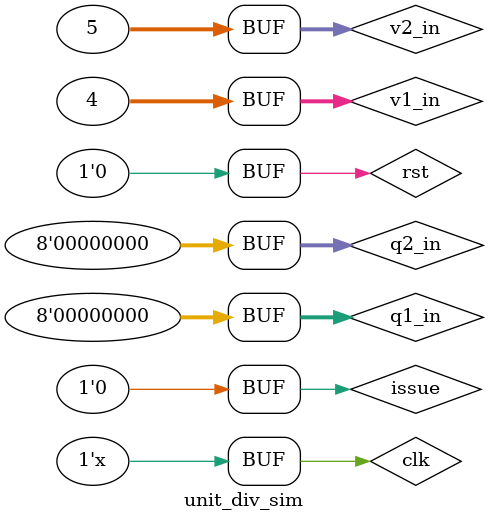
<source format=v>
`timescale 1ns / 1ps

module unit_div_sim;

	reg clk, rst, issue;
	wire[40:0]cdb;

	reg[7:0]  q1_in, q2_in;
	reg[31:0] v1_in, v2_in;

	wire all_busy;
	wire cdb_request;
	wire[39:0] div_cdb_out;

	unit_div unit(.clk(clk),.rst(rst),.issue(issue),
		.cdb(cdb),.q1_in(q1_in),.q2_in(q2_in),
		.v1_in(v1_in),.v2_in(v2_in),.all_busy(all_busy),.cdb_request(cdb_request),
		.cdb_out(div_cdb_out));
	
	common_data_bus cd_b(.clk(clk),.rst(rst),
		.ALU_cdb_request(1'b0),.mul_cdb_request(1'b0),.div_cdb_request(cdb_request),.ls_cdb_request(1'b0),
		.ALU_cdb_in(40'b0),.mul_cdb_in(40'b0),.div_cdb_in(div_cdb_out),.ls_cdb_in(40'b0),.cdb(cdb));

	initial begin
		clk = 1;
		rst = 1;
		issue = 0;

		q1_in = 0;
		q2_in = 0;
		v1_in = 0;
		v2_in = 0;

		#5;
		rst = 0;
		issue = 1;
		q1_in = 8'b00100_001;
		v1_in = 0;
		q2_in = 0;
		v2_in = 2;

		#10;
		q1_in = 0;
		v1_in = 2;
		v2_in = 3;

		#10;
		v1_in = 4;
		v2_in = 5;

		#6;
		issue = 0;
	end

	always #5 clk = ~clk;

endmodule
</source>
